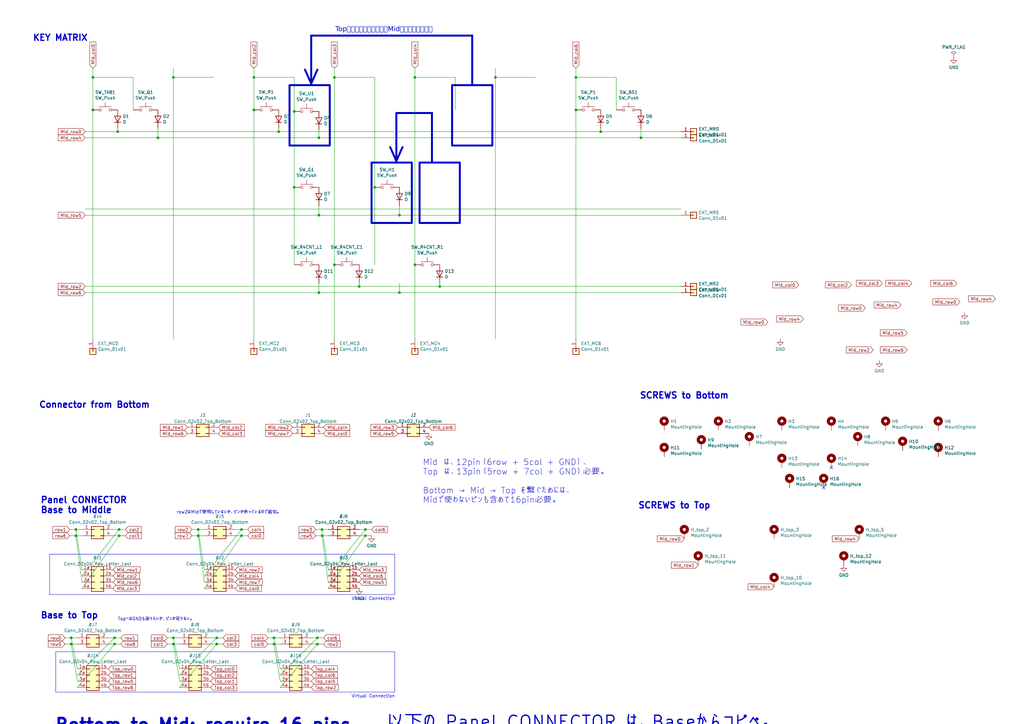
<source format=kicad_sch>
(kicad_sch (version 20231120) (generator "eeschema") (generator_version "8.0")
  (paper "A3")
  (title_block (title "Sandy") (date "2023-01-04") (rev "v.0") (company "@jpskenn"))
  (bus_alias "def-a" (members "row0" "row5" "col0" "col1"))
  (junction (at 104.14 31.75))
  (junction (at 236.22 45.085))
  (junction (at 163.83 88.265))
  (junction (at 180.34 117.475))
  (junction (at 147.32 117.475))
  (junction (at 130.175 264.16))
  (junction (at 153.67 76.835))
  (junction (at 132.08 219.71))
  (junction (at 31.115 217.17))
  (junction (at 48.895 217.17))
  (junction (at 137.16 31.75))
  (junction (at 112.395 264.16))
  (junction (at 48.26 53.975))
  (junction (at 130.81 120.015))
  (junction (at 48.895 219.71))
  (junction (at 120.65 45.72))
  (junction (at 149.86 219.71))
  (junction (at 46.99 264.16))
  (junction (at 99.06 217.17))
  (junction (at 170.18 31.75))
  (junction (at 29.21 261.62))
  (junction (at 64.77 56.515))
  (junction (at 71.12 261.62))
  (junction (at 262.89 56.515))
  (junction (at 31.115 219.71))
  (junction (at 236.22 31.75))
  (junction (at 81.28 219.71))
  (junction (at 163.83 120.015))
  (junction (at 130.81 88.265))
  (junction (at 38.1 31.75))
  (junction (at 132.08 217.17))
  (junction (at 246.38 53.975))
  (junction (at 104.14 45.085))
  (junction (at 29.21 264.16))
  (junction (at 88.9 261.62))
  (junction (at 71.12 31.75))
  (junction (at 38.1 45.085))
  (junction (at 149.86 217.17))
  (junction (at 130.81 56.515))
  (junction (at 71.12 264.16))
  (junction (at 120.65 76.835))
  (junction (at 170.18 108.585))
  (junction (at 137.16 108.585))
  (junction (at 46.99 261.62))
  (junction (at 203.2 31.75))
  (junction (at 112.395 261.62))
  (junction (at 130.175 261.62))
  (junction (at 99.06 219.71))
  (junction (at 81.28 217.17))
  (junction (at 88.9 264.16))
  (junction (at 114.3 53.975))
  (no_connect (at 340.995 191.77))
  (no_connect (at 337.82 200.025))
  (wire (pts (xy 127.635 261.62) (xy 130.175 261.62)))
  (wire (pts (xy 246.38 52.705) (xy 246.38 53.975)))
  (wire (pts (xy 68.58 264.16) (xy 71.12 264.16)))
  (wire (pts (xy 130.175 264.16) (xy 127.635 264.16)))
  (wire (pts (xy 132.08 219.71) (xy 134.62 219.71)))
  (polyline (pts (xy 193.675 34.925) (xy 193.675 14.605)) (stroke (width 0.8)))
  (wire (pts (xy 236.22 27.94) (xy 236.22 31.75)))
  (wire (pts (xy 180.34 117.475) (xy 279.4 117.475)))
  (wire (pts (xy 246.38 53.975) (xy 279.4 53.975)))
  (wire (pts (xy 170.18 31.75) (xy 170.18 108.585)))
  (wire (pts (xy 112.395 264.16) (xy 114.935 264.16)))
  (polyline (pts (xy 20.2107 243.84) (xy 161.925 243.84)))
  (polyline (pts (xy 22.86 267.335) (xy 161.925 267.335)))
  (polyline (pts (xy 22.86 267.335) (xy 22.86 283.845)))
  (wire (pts (xy 48.895 217.17) (xy 51.435 217.17)))
  (wire (pts (xy 262.89 52.705) (xy 262.89 56.515)))
  (wire (pts (xy 163.83 84.455) (xy 163.83 88.265)))
  (wire (pts (xy 109.855 261.62) (xy 112.395 261.62)))
  (wire (pts (xy 147.32 217.17) (xy 149.86 217.17)))
  (polyline (pts (xy 161.925 267.335) (xy 161.925 283.845)))
  (polyline (pts (xy 20.32 227.33) (xy 20.32 243.84)))
  (wire (pts (xy 170.18 108.585) (xy 170.18 139.065)))
  (wire (pts (xy 34.925 88.265) (xy 130.81 88.265)))
  (wire (pts (xy 28.575 219.71) (xy 31.115 219.71)))
  (wire (pts (xy 153.67 31.75) (xy 137.16 31.75)))
  (wire (pts (xy 134.62 238.76) (xy 132.08 219.71)))
  (wire (pts (xy 73.66 276.86) (xy 88.9 261.62)))
  (wire (pts (xy 73.66 279.4) (xy 71.12 264.16)))
  (wire (pts (xy 29.21 261.62) (xy 31.75 261.62)))
  (polyline (pts (xy 193.675 14.605) (xy 127.635 14.605)) (stroke (width 0.8)))
  (wire (pts (xy 38.1 27.94) (xy 38.1 31.75)))
  (wire (pts (xy 81.28 217.17) (xy 83.82 217.17)))
  (wire (pts (xy 26.67 264.16) (xy 29.21 264.16)))
  (wire (pts (xy 99.06 219.71) (xy 101.6 219.71)))
  (wire (pts (xy 73.66 274.32) (xy 71.12 261.62)))
  (polyline (pts (xy 127.635 34.29) (xy 125.095 28.575)) (stroke (width 0.8)))
  (polyline (pts (xy 162.56 66.04) (xy 165.1 60.325)) (stroke (width 0.8)))
  (wire (pts (xy 96.52 217.17) (xy 99.06 217.17)))
  (polyline (pts (xy 127.635 14.605) (xy 127.635 34.29)) (stroke (width 0.8)))
  (wire (pts (xy 99.06 217.17) (xy 101.6 217.17)))
  (wire (pts (xy 87.63 31.75) (xy 71.12 31.75)))
  (wire (pts (xy 44.45 261.62) (xy 46.99 261.62)))
  (wire (pts (xy 147.32 219.71) (xy 149.86 219.71)))
  (polyline (pts (xy 127.635 34.29) (xy 130.175 28.575)) (stroke (width 0.8)))
  (wire (pts (xy 104.14 31.75) (xy 104.14 45.085)))
  (wire (pts (xy 130.81 120.015) (xy 163.83 120.015)))
  (wire (pts (xy 49.53 264.16) (xy 46.99 264.16)))
  (wire (pts (xy 120.65 31.75) (xy 120.65 45.72)))
  (wire (pts (xy 170.18 27.94) (xy 170.18 31.75)))
  (polyline (pts (xy 162.56 46.355) (xy 162.56 66.04)) (stroke (width 0.8)))
  (wire (pts (xy 137.16 27.94) (xy 137.16 31.75)))
  (wire (pts (xy 28.575 217.17) (xy 31.115 217.17)))
  (wire (pts (xy 73.66 281.94) (xy 88.9 264.16)))
  (wire (pts (xy 38.1 31.75) (xy 38.1 45.085)))
  (wire (pts (xy 88.9 261.62) (xy 91.44 261.62)))
  (wire (pts (xy 46.99 261.62) (xy 49.53 261.62)))
  (wire (pts (xy 114.3 52.705) (xy 114.3 53.975)))
  (wire (pts (xy 34.925 56.515) (xy 64.77 56.515)))
  (wire (pts (xy 129.54 217.17) (xy 132.08 217.17)))
  (wire (pts (xy 153.67 76.835) (xy 153.67 108.585)))
  (wire (pts (xy 81.28 219.71) (xy 83.82 219.71)))
  (wire (pts (xy 71.12 31.75) (xy 71.12 139.065)))
  (wire (pts (xy 38.1 45.085) (xy 38.1 139.065)))
  (wire (pts (xy 252.73 31.75) (xy 236.22 31.75)))
  (wire (pts (xy 31.75 276.86) (xy 46.99 261.62)))
  (wire (pts (xy 48.895 219.71) (xy 51.435 219.71)))
  (wire (pts (xy 130.175 264.16) (xy 132.715 264.16)))
  (wire (pts (xy 163.83 120.015) (xy 279.4 120.015)))
  (wire (pts (xy 130.81 84.455) (xy 130.81 88.265)))
  (wire (pts (xy 34.925 120.015) (xy 130.81 120.015)))
  (wire (pts (xy 163.83 88.265) (xy 279.4 88.265)))
  (wire (pts (xy 46.355 217.17) (xy 48.895 217.17)))
  (wire (pts (xy 129.54 219.71) (xy 132.08 219.71)))
  (wire (pts (xy 149.86 219.71) (xy 152.4 219.71)))
  (wire (pts (xy 31.115 217.17) (xy 33.655 217.17)))
  (wire (pts (xy 134.62 241.3) (xy 149.86 219.71)))
  (wire (pts (xy 86.36 261.62) (xy 88.9 261.62)))
  (polyline (pts (xy 22.86 283.845) (xy 161.925 283.845)))
  (wire (pts (xy 163.83 116.205) (xy 163.83 120.015)))
  (polyline (pts (xy 20.32 227.33) (xy 161.925 227.33)))
  (wire (pts (xy 64.77 52.705) (xy 64.77 56.515)))
  (wire (pts (xy 114.935 279.4) (xy 112.395 264.16)))
  (wire (pts (xy 33.655 238.76) (xy 31.115 219.71)))
  (wire (pts (xy 114.935 276.86) (xy 130.175 261.62)))
  (wire (pts (xy 71.12 261.62) (xy 73.66 261.62)))
  (polyline (pts (xy 162.56 66.04) (xy 160.02 60.325)) (stroke (width 0.8)))
  (wire (pts (xy 186.69 31.75) (xy 186.69 45.085)))
  (wire (pts (xy 71.12 264.16) (xy 73.66 264.16)))
  (wire (pts (xy 96.52 219.71) (xy 99.06 219.71)))
  (wire (pts (xy 180.34 116.205) (xy 180.34 117.475)))
  (wire (pts (xy 48.26 52.705) (xy 48.26 53.975)))
  (wire (pts (xy 130.175 261.62) (xy 132.715 261.62)))
  (wire (pts (xy 38.1 31.75) (xy 54.61 31.75)))
  (wire (pts (xy 83.82 238.76) (xy 81.28 219.71)))
  (wire (pts (xy 104.14 27.94) (xy 104.14 31.75)))
  (wire (pts (xy 114.935 281.94) (xy 130.175 264.16)))
  (wire (pts (xy 120.65 45.72) (xy 120.65 76.835)))
  (wire (pts (xy 114.935 274.32) (xy 112.395 261.62)))
  (wire (pts (xy 236.22 45.085) (xy 236.22 139.065)))
  (wire (pts (xy 29.21 264.16) (xy 31.75 264.16)))
  (wire (pts (xy 130.81 56.515) (xy 262.89 56.515)))
  (wire (pts (xy 26.67 261.62) (xy 29.21 261.62)))
  (wire (pts (xy 33.655 236.22) (xy 48.895 217.17)))
  (wire (pts (xy 186.69 31.75) (xy 170.18 31.75)))
  (wire (pts (xy 31.115 219.71) (xy 33.655 219.71)))
  (polyline (pts (xy 177.165 66.675) (xy 177.165 46.355)) (stroke (width 0.8)))
  (wire (pts (xy 46.355 219.71) (xy 48.895 219.71)))
  (wire (pts (xy 149.86 217.17) (xy 152.4 217.17)))
  (wire (pts (xy 31.75 274.32) (xy 29.21 261.62)))
  (polyline (pts (xy 177.165 46.355) (xy 162.56 46.355)) (stroke (width 0.8)))
  (wire (pts (xy 31.75 279.4) (xy 29.21 264.16)))
  (wire (pts (xy 64.77 56.515) (xy 130.81 56.515)))
  (wire (pts (xy 104.14 45.085) (xy 104.14 139.065)))
  (wire (pts (xy 236.22 31.75) (xy 236.22 45.085)))
  (polyline (pts (xy 161.925 227.33) (xy 161.925 243.84)))
  (wire (pts (xy 137.16 108.585) (xy 137.16 139.065)))
  (wire (pts (xy 130.81 116.205) (xy 130.81 120.015)))
  (wire (pts (xy 203.2 27.94) (xy 203.2 31.75)))
  (wire (pts (xy 132.08 217.17) (xy 134.62 217.17)))
  (wire (pts (xy 78.74 219.71) (xy 81.28 219.71)))
  (wire (pts (xy 147.32 116.205) (xy 147.32 117.475)))
  (wire (pts (xy 31.75 281.94) (xy 46.99 264.16)))
  (wire (pts (xy 252.73 31.75) (xy 252.73 45.085)))
  (wire (pts (xy 68.58 261.62) (xy 71.12 261.62)))
  (wire (pts (xy 33.655 233.68) (xy 31.115 217.17)))
  (wire (pts (xy 83.82 236.22) (xy 99.06 217.17)))
  (wire (pts (xy 91.44 264.16) (xy 88.9 264.16)))
  (wire (pts (xy 46.99 264.16) (xy 44.45 264.16)))
  (wire (pts (xy 153.67 31.75) (xy 153.67 76.835)))
  (wire (pts (xy 48.26 53.975) (xy 114.3 53.975)))
  (wire (pts (xy 147.32 117.475) (xy 180.34 117.475)))
  (wire (pts (xy 83.82 233.68) (xy 81.28 217.17)))
  (wire (pts (xy 114.3 53.975) (xy 246.38 53.975)))
  (wire (pts (xy 219.71 31.75) (xy 203.2 31.75)))
  (wire (pts (xy 34.925 85.725) (xy 279.4 85.725)))
  (wire (pts (xy 34.925 53.975) (xy 48.26 53.975)))
  (wire (pts (xy 112.395 261.62) (xy 114.935 261.62)))
  (wire (pts (xy 109.855 264.16) (xy 112.395 264.16)))
  (wire (pts (xy 279.4 56.515) (xy 262.89 56.515)))
  (wire (pts (xy 71.12 27.94) (xy 71.12 31.75)))
  (wire (pts (xy 130.81 53.34) (xy 130.81 56.515)))
  (wire (pts (xy 120.65 76.835) (xy 120.65 108.585)))
  (wire (pts (xy 120.65 31.75) (xy 104.14 31.75)))
  (wire (pts (xy 33.655 241.3) (xy 48.895 219.71)))
  (wire (pts (xy 88.9 264.16) (xy 86.36 264.16)))
  (wire (pts (xy 78.74 217.17) (xy 81.28 217.17)))
  (wire (pts (xy 54.61 31.75) (xy 54.61 45.085)))
  (wire (pts (xy 134.62 233.68) (xy 132.08 217.17)))
  (wire (pts (xy 137.16 31.75) (xy 137.16 108.585)))
  (wire (pts (xy 130.81 88.265) (xy 163.83 88.265)))
  (wire (pts (xy 83.82 241.3) (xy 99.06 219.71)))
  (wire (pts (xy 203.2 31.75) (xy 203.2 139.065)))
  (wire (pts (xy 34.925 117.475) (xy 147.32 117.475)))
  (wire (pts (xy 134.62 236.22) (xy 149.86 217.17)))
  (rectangle (start 172.085 66.675) (end 188.595 91.44) (stroke (width 0.8)))
  (rectangle (start 185.42 34.925) (end 201.93 59.69) (stroke (width 0.8)))
  (rectangle (start 118.745 34.925) (end 135.255 59.69) (stroke (width 0.8)))
  (rectangle (start 152.4 66.675) (end 168.91 91.44) (stroke (width 0.8)))
  (text "コピペ手順\n\n1. Baseの回路図から \"Panel CONNECTOR\" の箇所をまるごとコピペ\n2. Baseのコネクタ（J6,7,8,9.10,15）の頭に \"#\" をつけて仮想シンボル化\n　　例： J6 → #J6" (at 158.115 352.425 0) (effects (font (size 2.54 2.54)) (justify left bottom)))
  (text "row2はMidで使用していないが、ピンが余っているので追加。" (at 72.39 210.185 0) (effects (font (size 1.27 1.27)) (justify left)))
  (text "以下の Panel CONNECTOR は、Baseからコピペ。\nERCの警告「別パネルのラベルがどこにも接続されていない」は、無視してOK。\n\n！！！他の警告（ラベルかぶりとか）は、しっかりチェックせよ！！！" (at 158.115 323.85 0) (effects (font (size 5.08 5.08) (thickness 0.508) (bold yes)) (justify left bottom)))
  (text "Connector from Bottom" (at 15.875 167.64 0) (effects (font (size 2.54 2.54) (thickness 0.508) (bold yes)) (justify left bottom)))
  (text "SCREWS to Bottom" (at 262.255 163.83 0) (effects (font (size 2.54 2.54) (thickness 0.508) (bold yes)) (justify left bottom)))
  (text "SCREWS to Top" (at 261.62 208.915 0) (effects (font (size 2.54 2.54) (thickness 0.508) (bold yes)) (justify left bottom)))
  (text "Mid　は、12pin（6row + 5col + GND）、\nTop　は、13pin（5row + 7col + GND）必要。\n\nBottom → Mid → Top を繋ぐためには、\nMidで使わないピンも含めて16pin必要。" (at 173.355 197.485 0) (effects (font (size 2.4 2.4)) (justify left)))
  (text "Virtual Connection" (at 144.145 246.38 0) (effects (font (size 1.27 1.27)) (justify left bottom)))
  (text "Topのピン数を減らすためMidのスイッチを移動\n" (at 157.48 12.7 0) (effects (font (size 2 2))))
  (text "Base to Top" (at 16.51 254 0) (effects (font (size 2.54 2.54) (thickness 0.508) (bold yes)) (justify left bottom)))
  (text "TopへはGNDも送りたいが、ピンが足りない。" (at 48.26 254 0) (effects (font (size 1.27 1.27)) (justify left)))
  (text "KEY MATRIX" (at 13.335 17.145 0) (effects (font (size 2.54 2.54) (thickness 0.508) (bold yes)) (justify left bottom)))
  (text "Bottom to Mid: require 16 pins\n\nMid to Top: require 13 pins" (at 22.225 316.865 0) (effects (font (size 5.08 5.08) (thickness 1.016) (bold yes)) (justify left bottom)))
  (text "Panel CONNECTOR\nBase to Middle" (at 16.51 210.82 0) (effects (font (size 2.54 2.54) (thickness 0.508) (bold yes)) (justify left bottom)))
  (text "Virtual Connection" (at 144.145 286.385 0) (effects (font (size 1.27 1.27)) (justify left bottom)))
  (global_label "Mid_col0" (shape input) (at 327.66 116.84 180) (property "Intersheetrefs" "${INTERSHEET_REFS}" (effects (hide yes))) (property "シート間のリファレンス" "${INTERSHEET_REFS}" (effects (hide yes))))
  (global_label "Top_col2" (shape input) (at 86.36 276.86 0) (property "Intersheetrefs" "${INTERSHEET_REFS}" (effects (hide yes))) (property "シート間のリファレンス" "${INTERSHEET_REFS}" (effects (hide yes))))
  (global_label "row1" (shape input) (at 28.575 217.17 180) (property "Intersheetrefs" "${INTERSHEET_REFS}" (effects (hide yes))) (property "シート間のリファレンス" "${INTERSHEET_REFS}" (effects (hide yes))))
  (global_label "Mid_row3" (shape input) (at 147.32 233.68 0) (property "Intersheetrefs" "${INTERSHEET_REFS}" (effects (hide yes))) (property "シート間のリファレンス" "${INTERSHEET_REFS}" (effects (hide yes))))
  (global_label "col0" (shape input) (at 101.6 219.71 0) (property "Intersheetrefs" "${INTERSHEET_REFS}" (effects (hide yes))) (property "シート間のリファレンス" "${INTERSHEET_REFS}" (effects (hide yes))))
  (global_label "Top_col1" (shape input) (at 86.36 279.4 0) (property "Intersheetrefs" "${INTERSHEET_REFS}" (effects (hide yes))) (property "シート間のリファレンス" "${INTERSHEET_REFS}" (effects (hide yes))))
  (global_label "col3" (shape input) (at 91.44 264.16 0) (property "Intersheetrefs" "${INTERSHEET_REFS}" (effects (hide yes))) (property "シート間のリファレンス" "${INTERSHEET_REFS}" (effects (hide yes))))
  (global_label "Mid_col0" (shape input) (at 96.52 241.3 0) (property "Intersheetrefs" "${INTERSHEET_REFS}" (effects (hide yes))) (property "シート間のリファレンス" "${INTERSHEET_REFS}" (effects (hide yes))))
  (global_label "row0" (shape input) (at 26.67 261.62 180) (property "Intersheetrefs" "${INTERSHEET_REFS}" (effects (hide yes))) (property "シート間のリファレンス" "${INTERSHEET_REFS}" (effects (hide yes))))
  (global_label "Mid_row4" (shape input) (at 329.565 130.81 180) (property "Intersheetrefs" "${INTERSHEET_REFS}" (effects (hide yes))) (property "シート間のリファレンス" "${INTERSHEET_REFS}" (effects (hide yes))))
  (global_label "row6" (shape input) (at 28.575 219.71 180) (property "Intersheetrefs" "${INTERSHEET_REFS}" (effects (hide yes))) (property "シート間のリファレンス" "${INTERSHEET_REFS}" (effects (hide yes))))
  (global_label "Mid_col0" (shape input) (at 38.1 27.94 90) (property "Intersheetrefs" "${INTERSHEET_REFS}" (effects (hide yes))) (property "シート間のリファレンス" "${INTERSHEET_REFS}" (effects (hide yes))))
  (global_label "col2" (shape input) (at 91.44 261.62 0) (property "Intersheetrefs" "${INTERSHEET_REFS}" (effects (hide yes))) (property "シート間のリファレンス" "${INTERSHEET_REFS}" (effects (hide yes))))
  (global_label "Mid_row2" (shape input) (at 120.015 175.26 180) (property "Intersheetrefs" "${INTERSHEET_REFS}" (effects (hide yes))) (property "シート間のリファレンス" "${INTERSHEET_REFS}" (effects (hide yes))))
  (global_label "Mid_row5" (shape input) (at 34.925 88.265 180) (property "Intersheetrefs" "${INTERSHEET_REFS}" (effects (hide yes))) (property "シート間のリファレンス" "${INTERSHEET_REFS}" (effects (hide yes))))
  (global_label "Mid_col6" (shape input) (at 392.43 116.205 180) (property "Intersheetrefs" "${INTERSHEET_REFS}" (effects (hide yes))) (property "シート間のリファレンス" "${INTERSHEET_REFS}" (effects (hide yes))))
  (global_label "row3" (shape input) (at 129.54 217.17 180) (property "Intersheetrefs" "${INTERSHEET_REFS}" (effects (hide yes))) (property "シート間のリファレンス" "${INTERSHEET_REFS}" (effects (hide yes))))
  (global_label "col6" (shape input) (at 152.4 217.17 0) (property "Intersheetrefs" "${INTERSHEET_REFS}" (effects (hide yes))) (property "シート間のリファレンス" "${INTERSHEET_REFS}" (effects (hide yes))))
  (global_label "Top_col3" (shape input) (at 86.36 281.94 0) (property "Intersheetrefs" "${INTERSHEET_REFS}" (effects (hide yes))) (property "シート間のリファレンス" "${INTERSHEET_REFS}" (effects (hide yes))))
  (global_label "Mid_col3" (shape input) (at 137.16 27.94 90) (property "Intersheetrefs" "${INTERSHEET_REFS}" (effects (hide yes))) (property "シート間のリファレンス" "${INTERSHEET_REFS}" (effects (hide yes))))
  (global_label "Top_row6" (shape input) (at 44.45 281.94 0) (property "Intersheetrefs" "${INTERSHEET_REFS}" (effects (hide yes))) (property "シート間のリファレンス" "${INTERSHEET_REFS}" (effects (hide yes))))
  (global_label "Mid_row7" (shape input) (at 96.52 238.76 0) (property "Intersheetrefs" "${INTERSHEET_REFS}" (effects (hide yes))) (property "シート間のリファレンス" "${INTERSHEET_REFS}" (effects (hide yes))))
  (global_label "row7" (shape input) (at 78.74 219.71 180) (property "Intersheetrefs" "${INTERSHEET_REFS}" (effects (hide yes))) (property "シート間のリファレンス" "${INTERSHEET_REFS}" (effects (hide yes))))
  (global_label "Mid_col4" (shape input) (at 170.18 27.94 90) (property "Intersheetrefs" "${INTERSHEET_REFS}" (effects (hide yes))) (property "シート間のリファレンス" "${INTERSHEET_REFS}" (effects (hide yes))))
  (global_label "row5" (shape input) (at 26.67 264.16 180) (property "Intersheetrefs" "${INTERSHEET_REFS}" (effects (hide yes))) (property "シート間のリファレンス" "${INTERSHEET_REFS}" (effects (hide yes))))
  (global_label "row2" (shape input) (at 132.715 264.16 0) (property "Intersheetrefs" "${INTERSHEET_REFS}" (effects (hide yes))) (property "シート間のリファレンス" "${INTERSHEET_REFS}" (effects (hide yes))))
  (global_label "Top_col4" (shape input) (at 127.635 274.32 0) (property "Intersheetrefs" "${INTERSHEET_REFS}" (effects (hide yes))) (property "シート間のリファレンス" "${INTERSHEET_REFS}" (effects (hide yes))))
  (global_label "Mid_col2" (shape input) (at 89.535 175.26 0) (property "Intersheetrefs" "${INTERSHEET_REFS}" (effects (hide yes))) (property "シート間のリファレンス" "${INTERSHEET_REFS}" (effects (hide yes))))
  (global_label "Mid_col3" (shape input) (at 361.95 116.205 180) (property "Intersheetrefs" "${INTERSHEET_REFS}" (effects (hide yes))) (property "シート間のリファレンス" "${INTERSHEET_REFS}" (effects (hide yes))))
  (global_label "row1" (shape input) (at 49.53 261.62 0) (property "Intersheetrefs" "${INTERSHEET_REFS}" (effects (hide yes))) (property "シート間のリファレンス" "${INTERSHEET_REFS}" (effects (hide yes))))
  (global_label "Mid_col3" (shape input) (at 89.535 177.8 0) (property "Intersheetrefs" "${INTERSHEET_REFS}" (effects (hide yes))) (property "シート間のリファレンス" "${INTERSHEET_REFS}" (effects (hide yes))))
  (global_label "Mid_row2" (shape input) (at 358.14 143.51 180) (property "Intersheetrefs" "${INTERSHEET_REFS}" (effects (hide yes))) (property "シート間のリファレンス" "${INTERSHEET_REFS}" (effects (hide yes))))
  (global_label "Mid_row0" (shape input) (at 280.67 220.98 180) (property "Intersheetrefs" "${INTERSHEET_REFS}" (effects (hide yes))) (property "シート間のリファレンス" "${INTERSHEET_REFS}" (effects (hide yes))))
  (global_label "Mid_row2" (shape input) (at 34.925 117.475 180) (property "Intersheetrefs" "${INTERSHEET_REFS}" (effects (hide yes))) (property "シート間のリファレンス" "${INTERSHEET_REFS}" (effects (hide yes))))
  (global_label "Mid_row5" (shape input) (at 372.11 136.525 180) (property "Intersheetrefs" "${INTERSHEET_REFS}" (effects (hide yes))) (property "シート間のリファレンス" "${INTERSHEET_REFS}" (effects (hide yes))))
  (global_label "Mid_row0" (shape input) (at 314.96 132.08 180) (property "Intersheetrefs" "${INTERSHEET_REFS}" (effects (hide yes))) (property "シート間のリファレンス" "${INTERSHEET_REFS}" (effects (hide yes))))
  (global_label "Mid_col6" (shape input) (at 236.22 27.94 90) (property "Intersheetrefs" "${INTERSHEET_REFS}" (effects (hide yes))) (property "シート間のリファレンス" "${INTERSHEET_REFS}" (effects (hide yes))))
  (global_label "Top_col5" (shape input) (at 127.635 279.4 0) (property "Intersheetrefs" "${INTERSHEET_REFS}" (effects (hide yes))) (property "シート間のリファレンス" "${INTERSHEET_REFS}" (effects (hide yes))))
  (global_label "Mid_col6" (shape input) (at 147.32 236.22 0) (property "Intersheetrefs" "${INTERSHEET_REFS}" (effects (hide yes))) (property "シート間のリファレンス" "${INTERSHEET_REFS}" (effects (hide yes))))
  (global_label "Mid_row0" (shape input) (at 34.925 53.975 180) (property "Intersheetrefs" "${INTERSHEET_REFS}" (effects (hide yes))) (property "シート間のリファレンス" "${INTERSHEET_REFS}" (effects (hide yes))))
  (global_label "col4" (shape input) (at 109.855 261.62 180) (property "Intersheetrefs" "${INTERSHEET_REFS}" (effects (hide yes))) (property "シート間のリファレンス" "${INTERSHEET_REFS}" (effects (hide yes))))
  (global_label "row2" (shape input) (at 78.74 217.17 180) (property "Intersheetrefs" "${INTERSHEET_REFS}" (effects (hide yes))) (property "シート間のリファレンス" "${INTERSHEET_REFS}" (effects (hide yes))))
  (global_label "col1" (shape input) (at 68.58 264.16 180) (property "Intersheetrefs" "${INTERSHEET_REFS}" (effects (hide yes))) (property "シート間のリファレンス" "${INTERSHEET_REFS}" (effects (hide yes))))
  (global_label "Mid_col2" (shape input) (at 46.355 236.22 0) (property "Intersheetrefs" "${INTERSHEET_REFS}" (effects (hide yes))) (property "シート間のリファレンス" "${INTERSHEET_REFS}" (effects (hide yes))))
  (global_label "Mid_row0" (shape input) (at 393.7 123.825 180) (property "Intersheetrefs" "${INTERSHEET_REFS}" (effects (hide yes))) (property "シート間のリファレンス" "${INTERSHEET_REFS}" (effects (hide yes))))
  (global_label "col6" (shape input) (at 132.715 261.62 0) (property "Intersheetrefs" "${INTERSHEET_REFS}" (effects (hide yes))) (property "シート間のリファレンス" "${INTERSHEET_REFS}" (effects (hide yes))))
  (global_label "col3" (shape input) (at 51.435 219.71 0) (property "Intersheetrefs" "${INTERSHEET_REFS}" (effects (hide yes))) (property "シート間のリファレンス" "${INTERSHEET_REFS}" (effects (hide yes))))
  (global_label "Mid_col0" (shape input) (at 132.715 177.8 0) (property "Intersheetrefs" "${INTERSHEET_REFS}" (effects (hide yes))) (property "シート間のリファレンス" "${INTERSHEET_REFS}" (effects (hide yes))))
  (global_label "Mid_row0" (shape input) (at 354.965 126.365 180) (property "Intersheetrefs" "${INTERSHEET_REFS}" (effects (hide yes))) (property "シート間のリファレンス" "${INTERSHEET_REFS}" (effects (hide yes))))
  (global_label "Top_col0" (shape input) (at 86.36 274.32 0) (property "Intersheetrefs" "${INTERSHEET_REFS}" (effects (hide yes))) (property "シート間のリファレンス" "${INTERSHEET_REFS}" (effects (hide yes))))
  (global_label "Mid_row4" (shape input) (at 408.305 122.555 180) (property "Intersheetrefs" "${INTERSHEET_REFS}" (effects (hide yes))) (property "シート間のリファレンス" "${INTERSHEET_REFS}" (effects (hide yes))))
  (global_label "Mid_row1" (shape input) (at 286.385 231.775 180) (property "Intersheetrefs" "${INTERSHEET_REFS}" (effects (hide yes))) (property "シート間のリファレンス" "${INTERSHEET_REFS}" (effects (hide yes))))
  (global_label "Mid_col4" (shape input) (at 96.52 236.22 0) (property "Intersheetrefs" "${INTERSHEET_REFS}" (effects (hide yes))) (property "シート間のリファレンス" "${INTERSHEET_REFS}" (effects (hide yes))))
  (global_label "Top_row0" (shape input) (at 44.45 274.32 0) (property "Intersheetrefs" "${INTERSHEET_REFS}" (effects (hide yes))) (property "シート間のリファレンス" "${INTERSHEET_REFS}" (effects (hide yes))))
  (global_label "Top_col6" (shape input) (at 127.635 276.86 0) (property "Intersheetrefs" "${INTERSHEET_REFS}" (effects (hide yes))) (property "シート間のリファレンス" "${INTERSHEET_REFS}" (effects (hide yes))))
  (global_label "Top_row1" (shape input) (at 44.45 276.86 0) (property "Intersheetrefs" "${INTERSHEET_REFS}" (effects (hide yes))) (property "シート間のリファレンス" "${INTERSHEET_REFS}" (effects (hide yes))))
  (global_label "Top_row2" (shape input) (at 127.635 281.94 0) (property "Intersheetrefs" "${INTERSHEET_REFS}" (effects (hide yes))) (property "シート間のリファレンス" "${INTERSHEET_REFS}" (effects (hide yes))))
  (global_label "Mid_row3" (shape input) (at 163.195 175.26 180) (property "Intersheetrefs" "${INTERSHEET_REFS}" (effects (hide yes))) (property "シート間のリファレンス" "${INTERSHEET_REFS}" (effects (hide yes))))
  (global_label "Mid_row4" (shape input) (at 34.925 56.515 180) (property "Intersheetrefs" "${INTERSHEET_REFS}" (effects (hide yes))) (property "シート間のリファレンス" "${INTERSHEET_REFS}" (effects (hide yes))))
  (global_label "Mid_col2" (shape input) (at 349.25 116.84 180) (property "Intersheetrefs" "${INTERSHEET_REFS}" (effects (hide yes))) (property "シート間のリファレンス" "${INTERSHEET_REFS}" (effects (hide yes))))
  (global_label "row5" (shape input) (at 129.54 219.71 180) (property "Intersheetrefs" "${INTERSHEET_REFS}" (effects (hide yes))) (property "シート間のリファレンス" "${INTERSHEET_REFS}" (effects (hide yes))))
  (global_label "col2" (shape input) (at 51.435 217.17 0) (property "Intersheetrefs" "${INTERSHEET_REFS}" (effects (hide yes))) (property "シート間のリファレンス" "${INTERSHEET_REFS}" (effects (hide yes))))
  (global_label "Mid_row7" (shape input) (at 120.015 177.8 180) (property "Intersheetrefs" "${INTERSHEET_REFS}" (effects (hide yes))) (property "シート間のリファレンス" "${INTERSHEET_REFS}" (effects (hide yes))))
  (global_label "Mid_col3" (shape input) (at 46.355 241.3 0) (property "Intersheetrefs" "${INTERSHEET_REFS}" (effects (hide yes))) (property "シート間のリファレンス" "${INTERSHEET_REFS}" (effects (hide yes))))
  (global_label "Mid_col4" (shape input) (at 317.5 240.665 180) (property "Intersheetrefs" "${INTERSHEET_REFS}" (effects (hide yes))) (property "シート間のリファレンス" "${INTERSHEET_REFS}" (effects (hide yes))))
  (global_label "Mid_row5" (shape input) (at 147.32 238.76 0) (property "Intersheetrefs" "${INTERSHEET_REFS}" (effects (hide yes))) (property "シート間のリファレンス" "${INTERSHEET_REFS}" (effects (hide yes))))
  (global_label "col0" (shape input) (at 68.58 261.62 180) (property "Intersheetrefs" "${INTERSHEET_REFS}" (effects (hide yes))) (property "シート間のリファレンス" "${INTERSHEET_REFS}" (effects (hide yes))))
  (global_label "Mid_row1" (shape input) (at 76.835 175.26 180) (property "Intersheetrefs" "${INTERSHEET_REFS}" (effects (hide yes))) (property "シート間のリファレンス" "${INTERSHEET_REFS}" (effects (hide yes))))
  (global_label "Top_row5" (shape input) (at 44.45 279.4 0) (property "Intersheetrefs" "${INTERSHEET_REFS}" (effects (hide yes))) (property "シート間のリファレンス" "${INTERSHEET_REFS}" (effects (hide yes))))
  (global_label "Mid_col6" (shape input) (at 175.895 175.26 0) (property "Intersheetrefs" "${INTERSHEET_REFS}" (effects (hide yes))) (property "シート間のリファレンス" "${INTERSHEET_REFS}" (effects (hide yes))))
  (global_label "Mid_row6" (shape input) (at 76.835 177.8 180) (property "Intersheetrefs" "${INTERSHEET_REFS}" (effects (hide yes))) (property "シート間のリファレンス" "${INTERSHEET_REFS}" (effects (hide yes))))
  (global_label "Mid_row2" (shape input) (at 96.52 233.68 0) (property "Intersheetrefs" "${INTERSHEET_REFS}" (effects (hide yes))) (property "シート間のリファレンス" "${INTERSHEET_REFS}" (effects (hide yes))))
  (global_label "col4" (shape input) (at 101.6 217.17 0) (property "Intersheetrefs" "${INTERSHEET_REFS}" (effects (hide yes))) (property "シート間のリファレンス" "${INTERSHEET_REFS}" (effects (hide yes))))
  (global_label "Mid_row6" (shape input) (at 372.11 143.51 180) (property "Intersheetrefs" "${INTERSHEET_REFS}" (effects (hide yes))) (property "シート間のリファレンス" "${INTERSHEET_REFS}" (effects (hide yes))))
  (global_label "Mid_row4" (shape input) (at 369.57 125.095 180) (property "Intersheetrefs" "${INTERSHEET_REFS}" (effects (hide yes))) (property "シート間のリファレンス" "${INTERSHEET_REFS}" (effects (hide yes))))
  (global_label "col5" (shape input) (at 109.855 264.16 180) (property "Intersheetrefs" "${INTERSHEET_REFS}" (effects (hide yes))) (property "シート間のリファレンス" "${INTERSHEET_REFS}" (effects (hide yes))))
  (global_label "Mid_col2" (shape input) (at 104.14 27.94 90) (property "Intersheetrefs" "${INTERSHEET_REFS}" (effects (hide yes))) (property "シート間のリファレンス" "${INTERSHEET_REFS}" (effects (hide yes))))
  (global_label "Mid_col4" (shape input) (at 374.015 116.205 180) (property "Intersheetrefs" "${INTERSHEET_REFS}" (effects (hide yes))) (property "シート間のリファレンス" "${INTERSHEET_REFS}" (effects (hide yes))))
  (global_label "Mid_row1" (shape input) (at 46.355 233.68 0) (property "Intersheetrefs" "${INTERSHEET_REFS}" (effects (hide yes))) (property "シート間のリファレンス" "${INTERSHEET_REFS}" (effects (hide yes))))
  (global_label "Mid_row6" (shape input) (at 46.355 238.76 0) (property "Intersheetrefs" "${INTERSHEET_REFS}" (effects (hide yes))) (property "シート間のリファレンス" "${INTERSHEET_REFS}" (effects (hide yes))))
  (global_label "row6" (shape input) (at 49.53 264.16 0) (property "Intersheetrefs" "${INTERSHEET_REFS}" (effects (hide yes))) (property "シート間のリファレンス" "${INTERSHEET_REFS}" (effects (hide yes))))
  (global_label "Mid_row4" (shape input) (at 352.425 220.98 180) (property "Intersheetrefs" "${INTERSHEET_REFS}" (effects (hide yes))) (property "シート間のリファレンス" "${INTERSHEET_REFS}" (effects (hide yes))))
  (global_label "Mid_row6" (shape input) (at 34.925 120.015 180) (property "Intersheetrefs" "${INTERSHEET_REFS}" (effects (hide yes))) (property "シート間のリファレンス" "${INTERSHEET_REFS}" (effects (hide yes))))
  (global_label "Mid_row5" (shape input) (at 163.195 177.8 180) (property "Intersheetrefs" "${INTERSHEET_REFS}" (effects (hide yes))) (property "シート間のリファレンス" "${INTERSHEET_REFS}" (effects (hide yes))))
  (global_label "Mid_col4" (shape input) (at 132.715 175.26 0) (property "Intersheetrefs" "${INTERSHEET_REFS}" (effects (hide yes))) (property "シート間のリファレンス" "${INTERSHEET_REFS}" (effects (hide yes))))
  (symbol (lib_id "Device:D") (at 262.89 48.895 90) (unit 1)
    (property "Reference" "D6" (at 264.922 47.7266 90) (effects (justify right)))
    (property "Value" "D" (at 264.922 50.038 90) (effects (justify right)))
    (property "Footprint" "locallib:D_SOD-123_Emphasized_Direction_Line" (effects (hide yes)))
    (property "LCSC" "C81598" (effects (hide yes)))
    (property "Sim.Device" "D" (effects (hide yes)))
    (property "Sim.Pins" "1=K 2=A" (effects (hide yes)))
  )
  (symbol (lib_id "Connector_Generic:Conn_01x01") (at 137.16 144.145 270) (unit 1)
    (property "Reference" "EXT_MC3" (at 139.192 140.8938 90) (effects (justify left)))
    (property "Value" "Conn_01x01" (at 139.192 143.2052 90) (effects (justify left)))
    (property "Footprint" "locallib:TestPoint_THTPad_D2.0mm_Drill1.0mm" (effects (hide yes)))
  )
  (symbol (lib_id "Mechanical:MountingHole_Pad") (at 294.64 173.99 0) (unit 1)
    (property "Reference" "H2" (at 297.18 172.8216 0) (effects (justify left)))
    (property "Value" "MountingHole" (at 297.18 175.133 0) (effects (justify left)))
    (property "Footprint" "locallib:MountingHole_2.2mm_M2_Pad_minimal" (effects (hide yes)))
  )
  (symbol (lib_id "Connector_Generic:Conn_02x04_Row_Letter_Last") (at 88.9 236.22 0) (unit 1)
    (property "Reference" "#J2" (at 90.17 228.7102 0))
    (property "Value" "Conn_02x04_Row_Letter_Last" (at 90.17 231.2471 0))
  )
  (symbol (lib_id "Device:D") (at 114.3 48.895 90) (unit 1)
    (property "Reference" "D3" (at 116.332 47.7266 90) (effects (justify right)))
    (property "Value" "D" (at 116.332 50.038 90) (effects (justify right)))
    (property "Footprint" "locallib:D_SOD-123_Emphasized_Direction_Line" (effects (hide yes)))
    (property "LCSC" "C81598" (effects (hide yes)))
    (property "Sim.Device" "D" (effects (hide yes)))
    (property "Sim.Pins" "1=K 2=A" (effects (hide yes)))
  )
  (symbol (lib_id "Device:D") (at 130.81 112.395 90) (unit 1)
    (property "Reference" "D11" (at 132.842 111.2266 90) (effects (justify right)))
    (property "Value" "D" (at 132.842 113.538 90) (effects (justify right)))
    (property "Footprint" "locallib:D_SOD-123_Emphasized_Direction_Line" (effects (hide yes)))
    (property "LCSC" "C81598" (effects (hide yes)))
    (property "Sim.Device" "D" (effects (hide yes)))
    (property "Sim.Pins" "1=K 2=A" (effects (hide yes)))
  )
  (symbol (lib_id "Mechanical:MountingHole_Pad") (at 337.82 197.485 0) (unit 1)
    (property "Reference" "H16" (at 340.36 196.3166 0) (effects (justify left)))
    (property "Value" "MountingHole" (at 340.36 198.628 0) (effects (justify left)))
    (property "Footprint" "locallib:MountingHole_2.2mm_M2_Pad_minimal" (effects (hide yes)))
  )
  (symbol (lib_id "power:GND") (at 320.04 139.065 0) (unit 1)
    (property "Reference" "#PWR05" (effects (hide yes)))
    (property "Value" "GND" (at 320.04 143.1981 0))
    (property "Description" "Power symbol creates a global label with name \"GND\" , ground" (effects (hide yes)))
  )
  (symbol (lib_id "Switch:SW_Push") (at 257.81 45.085 0) (unit 1)
    (property "Reference" "SW_BS1" (at 257.81 37.846 0))
    (property "Value" "SW_Push" (at 257.81 40.1574 0))
    (property "Footprint" "locallib:Kailh_socket_ChocV2" (effects (hide yes)))
  )
  (symbol (lib_id "Mechanical:MountingHole_Pad") (at 384.81 173.99 0) (unit 1)
    (property "Reference" "H6" (at 387.35 172.8216 0) (effects (justify left)))
    (property "Value" "MountingHole" (at 387.35 175.133 0) (effects (justify left)))
    (property "Footprint" "locallib:MountingHole_2.2mm_M2_Pad_minimal" (effects (hide yes)))
  )
  (symbol (lib_id "Mechanical:MountingHole_Pad") (at 287.655 181.61 0) (unit 1)
    (property "Reference" "H9" (at 290.195 180.4416 0) (effects (justify left)))
    (property "Value" "MountingHole" (at 290.195 182.753 0) (effects (justify left)))
    (property "Footprint" "locallib:MountingHole_2.2mm_M2_Pad_minimal" (effects (hide yes)))
  )
  (symbol (lib_id "Mechanical:MountingHole_Pad") (at 320.675 189.23 0) (unit 1)
    (property "Reference" "H13" (at 323.215 188.0616 0) (effects (justify left)))
    (property "Value" "MountingHole" (at 323.215 190.373 0) (effects (justify left)))
    (property "Footprint" "locallib:MountingHole_2.2mm_M2_Pad_minimal" (effects (hide yes)))
  )
  (symbol (lib_id "Connector_Generic:Conn_02x04_Row_Letter_Last") (at 78.74 276.86 0) (unit 1)
    (property "Reference" "#J15" (at 80.01 268.9055 0))
    (property "Value" "Conn_02x04_Row_Letter_Last" (at 80.01 271.3298 0))
  )
  (symbol (lib_id "Device:D") (at 246.38 48.895 90) (unit 1)
    (property "Reference" "D5" (at 248.412 47.7266 90) (effects (justify right)))
    (property "Value" "D" (at 248.412 50.038 90) (effects (justify right)))
    (property "Footprint" "locallib:D_SOD-123_Emphasized_Direction_Line" (effects (hide yes)))
    (property "LCSC" "C81598" (effects (hide yes)))
    (property "Sim.Device" "D" (effects (hide yes)))
    (property "Sim.Pins" "1=K 2=A" (effects (hide yes)))
  )
  (symbol (lib_id "Connector_Generic:Conn_02x02_Odd_Even") (at 168.275 175.26 0) (unit 1)
    (property "Reference" "J2" (at 169.545 170.2902 0))
    (property "Value" "Conn_02x02_Top_Bottom" (at 169.545 172.8271 0))
    (property "Footprint" "locallib:JST_SH_SM04B-SRSS-TB_1x04-1MP_P1.00mm_Horizontal_wCable_housing_spare_pin_courtyard" (effects (hide yes)))
    (property "LCSC" "C160404" (effects (hide yes)))
  )
  (symbol (lib_id "Mechanical:MountingHole_Pad") (at 351.79 180.34 0) (unit 1)
    (property "Reference" "H8" (at 354.33 179.1716 0) (effects (justify left)))
    (property "Value" "MountingHole" (at 354.33 181.483 0) (effects (justify left)))
    (property "Footprint" "locallib:MountingHole_2.2mm_M2_Pad_minimal" (effects (hide yes)))
  )
  (symbol (lib_id "Connector_Generic:Conn_02x02_Odd_Even") (at 125.095 175.26 0) (unit 1)
    (property "Reference" "J1" (at 126.365 170.2902 0))
    (property "Value" "Conn_02x02_Top_Bottom" (at 126.365 172.8271 0))
    (property "Footprint" "locallib:JST_SH_SM04B-SRSS-TB_1x04-1MP_P1.00mm_Horizontal_wCable_housing_spare_pin_courtyard" (effects (hide yes)))
    (property "LCSC" "C160404" (effects (hide yes)))
  )
  (symbol (lib_id "Connector_Generic:Conn_02x02_Odd_Even") (at 139.7 217.17 0) (unit 1)
    (property "Reference" "#J6" (at 140.97 211.7555 0))
    (property "Value" "Conn_02x02_Top_Bottom" (at 140.97 214.1798 0))
    (property "Footprint" "locallib:JST_SH_SM04B-SRSS-TB_1x04-1MP_P1.00mm_Horizontal_wCable_housing_spare_pin_courtyard" (effects (hide yes)))
    (property "LCSC" "C371510" (effects (hide yes)))
  )
  (symbol (lib_id "Switch:SW_Push") (at 158.75 76.835 0) (unit 1)
    (property "Reference" "SW_H1" (at 158.75 69.596 0))
    (property "Value" "SW_Push" (at 158.75 71.9074 0))
    (property "Footprint" "locallib:Kailh_socket_ChocV2" (effects (hide yes)))
  )
  (symbol (lib_id "Mechanical:MountingHole_Pad") (at 272.415 173.99 0) (unit 1)
    (property "Reference" "H1" (at 274.955 172.8216 0) (effects (justify left)))
    (property "Value" "MountingHole" (at 274.955 175.133 0) (effects (justify left)))
    (property "Footprint" "locallib:MountingHole_2.2mm_M2_Pad_minimal" (effects (hide yes)))
  )
  (symbol (lib_id "Connector_Generic:Conn_02x04_Row_Letter_Last") (at 38.735 236.22 0) (unit 1)
    (property "Reference" "#J1" (at 40.005 228.7102 0))
    (property "Value" "Conn_02x04_Row_Letter_Last" (at 40.005 231.2471 0))
  )
  (symbol (lib_id "power:GND") (at 152.4 219.71 0) (unit 1)
    (property "Reference" "#PWR01" (effects (hide yes)))
    (property "Value" "GND" (at 152.4 223.8431 0))
    (property "Description" "Power symbol creates a global label with name \"GND\" , ground" (effects (hide yes)))
  )
  (symbol (lib_id "Connector_Generic:Conn_01x01") (at 284.48 53.975 0) (unit 1)
    (property "Reference" "EXT_MR0" (at 286.512 52.9082 0) (effects (justify left)))
    (property "Value" "Conn_01x01" (at 286.512 55.2196 0) (effects (justify left)))
    (property "Footprint" "locallib:TestPoint_THTPad_D2.0mm_Drill1.0mm" (effects (hide yes)))
  )
  (symbol (lib_id "Switch:SW_Push") (at 109.22 45.085 0) (unit 1)
    (property "Reference" "SW_R1" (at 109.22 37.719 0))
    (property "Value" "SW_Push" (at 109.22 40.1574 0))
    (property "Footprint" "locallib:Kailh_socket_ChocV2" (effects (hide yes)))
  )
  (symbol (lib_id "Mechanical:MountingHole_Pad") (at 317.5 238.125 0) (unit 1)
    (property "Reference" "H_top_10" (at 320.04 236.9566 0) (effects (justify left)))
    (property "Value" "MountingHole" (at 320.04 239.268 0) (effects (justify left)))
    (property "Footprint" "locallib:MountingHole_2.2mm_M2_Pad_minimal" (effects (hide yes)))
  )
  (symbol (lib_id "Connector_Generic:Conn_02x04_Row_Letter_Last") (at 120.015 276.86 0) (unit 1)
    (property "Reference" "#J16" (at 121.285 268.9055 0))
    (property "Value" "Conn_02x04_Row_Letter_Last" (at 121.285 271.3298 0))
  )
  (symbol (lib_id "power:GND") (at 147.32 241.3 0) (unit 1)
    (property "Reference" "#PWR04" (effects (hide yes)))
    (property "Value" "GND" (at 147.32 245.4331 0))
    (property "Description" "Power symbol creates a global label with name \"GND\" , ground" (effects (hide yes)))
  )
  (symbol (lib_id "Device:D") (at 130.81 49.53 90) (unit 1)
    (property "Reference" "D4" (at 132.842 48.3616 90) (effects (justify right)))
    (property "Value" "D" (at 132.842 50.673 90) (effects (justify right)))
    (property "Footprint" "locallib:D_SOD-123_Emphasized_Direction_Line" (effects (hide yes)))
    (property "LCSC" "C81598" (effects (hide yes)))
    (property "Sim.Device" "D" (effects (hide yes)))
    (property "Sim.Pins" "1=K 2=A" (effects (hide yes)))
  )
  (symbol (lib_id "Device:D") (at 180.34 112.395 90) (unit 1)
    (property "Reference" "D13" (at 182.372 111.2266 90) (effects (justify right)))
    (property "Value" "D" (at 182.372 113.538 90) (effects (justify right)))
    (property "Footprint" "locallib:D_SOD-123_Emphasized_Direction_Line" (effects (hide yes)))
    (property "LCSC" "C81598" (effects (hide yes)))
    (property "Sim.Device" "D" (effects (hide yes)))
    (property "Sim.Pins" "1=K 2=A" (effects (hide yes)))
  )
  (symbol (lib_id "Connector_Generic:Conn_02x04_Row_Letter_Last") (at 139.7 236.22 0) (unit 1)
    (property "Reference" "#J3" (at 140.97 228.7102 0))
    (property "Value" "Conn_02x04_Row_Letter_Last" (at 140.97 231.2471 0))
  )
  (symbol (lib_id "Mechanical:MountingHole_Pad") (at 280.67 218.44 0) (unit 1)
    (property "Reference" "H_top_2" (at 283.21 217.2716 0) (effects (justify left)))
    (property "Value" "MountingHole" (at 283.21 219.583 0) (effects (justify left)))
    (property "Footprint" "locallib:MountingHole_2.2mm_M2_Pad_minimal" (effects (hide yes)))
  )
  (symbol (lib_id "Switch:SW_Push") (at 241.3 45.085 0) (unit 1)
    (property "Reference" "SW_P1" (at 241.3 37.846 0))
    (property "Value" "SW_Push" (at 241.3 40.1574 0))
    (property "Footprint" "locallib:Kailh_socket_ChocV2" (effects (hide yes)))
  )
  (symbol (lib_id "Mechanical:MountingHole_Pad") (at 363.22 173.99 0) (unit 1)
    (property "Reference" "H5" (at 365.76 172.8216 0) (effects (justify left)))
    (property "Value" "MountingHole" (at 365.76 175.133 0) (effects (justify left)))
    (property "Footprint" "locallib:MountingHole_2.2mm_M2_Pad_minimal" (effects (hide yes)))
  )
  (symbol (lib_id "Mechanical:MountingHole_Pad") (at 320.675 173.99 0) (unit 1)
    (property "Reference" "H3" (at 323.215 172.8216 0) (effects (justify left)))
    (property "Value" "MountingHole" (at 323.215 175.133 0) (effects (justify left)))
    (property "Footprint" "locallib:MountingHole_2.2mm_M2_Pad_minimal" (effects (hide yes)))
  )
  (symbol (lib_id "Mechanical:MountingHole_Pad") (at 340.995 189.23 0) (unit 1)
    (property "Reference" "H14" (at 343.535 188.0616 0) (effects (justify left)))
    (property "Value" "MountingHole" (at 343.535 190.373 0) (effects (justify left)))
    (property "Footprint" "locallib:MountingHole_2.2mm_M2_Pad_minimal" (effects (hide yes)))
  )
  (symbol (lib_id "Connector_Generic:Conn_02x02_Odd_Even") (at 78.74 261.62 0) (unit 1)
    (property "Reference" "#J8" (at 80.01 256.2055 0))
    (property "Value" "Conn_02x02_Top_Bottom" (at 80.01 258.6298 0))
    (property "Footprint" "locallib:JST_SH_SM04B-SRSS-TB_1x04-1MP_P1.00mm_Horizontal_wCable_housing_spare_pin_courtyard" (effects (hide yes)))
    (property "LCSC" "C371510" (effects (hide yes)))
  )
  (symbol (lib_id "Device:D") (at 64.77 48.895 90) (unit 1)
    (property "Reference" "D2" (at 66.802 47.7266 90) (effects (justify right)))
    (property "Value" "D" (at 66.802 50.038 90) (effects (justify right)))
    (property "Footprint" "locallib:D_SOD-123_Emphasized_Direction_Line" (effects (hide yes)))
    (property "LCSC" "C81598" (effects (hide yes)))
    (property "Sim.Device" "D" (effects (hide yes)))
    (property "Sim.Pins" "1=K 2=A" (effects (hide yes)))
  )
  (symbol (lib_id "power:GND") (at 175.895 177.8 0) (unit 1)
    (property "Reference" "#PWR03" (effects (hide yes)))
    (property "Value" "GND" (at 175.895 181.9331 0))
    (property "Description" "Power symbol creates a global label with name \"GND\" , ground" (effects (hide yes)))
  )
  (symbol (lib_id "Device:D") (at 130.81 80.645 90) (unit 1)
    (property "Reference" "D7" (at 132.842 79.4766 90) (effects (justify right)))
    (property "Value" "D" (at 132.842 81.788 90) (effects (justify right)))
    (property "Footprint" "locallib:D_SOD-123_Emphasized_Direction_Line" (effects (hide yes)))
    (property "LCSC" "C81598" (effects (hide yes)))
    (property "Sim.Device" "D" (effects (hide yes)))
    (property "Sim.Pins" "1=K 2=A" (effects (hide yes)))
  )
  (symbol (lib_id "Connector_Generic:Conn_01x01") (at 284.48 117.475 0) (unit 1)
    (property "Reference" "EXT_MR2" (at 286.512 116.4082 0) (effects (justify left)))
    (property "Value" "Conn_01x01" (at 286.512 118.7196 0) (effects (justify left)))
    (property "Footprint" "locallib:TestPoint_THTPad_D2.0mm_Drill1.0mm" (effects (hide yes)))
  )
  (symbol (lib_id "Mechanical:MountingHole_Pad") (at 307.34 180.34 0) (unit 1)
    (property "Reference" "H7" (at 309.88 179.1716 0) (effects (justify left)))
    (property "Value" "MountingHole" (at 309.88 181.483 0) (effects (justify left)))
    (property "Footprint" "locallib:MountingHole_2.2mm_M2_Pad_minimal" (effects (hide yes)))
  )
  (symbol (lib_id "Connector_Generic:Conn_02x02_Odd_Even") (at 81.915 175.26 0) (unit 1)
    (property "Reference" "J3" (at 83.185 170.2902 0))
    (property "Value" "Conn_02x02_Top_Bottom" (at 83.185 172.8271 0))
    (property "Footprint" "locallib:JST_SH_SM04B-SRSS-TB_1x04-1MP_P1.00mm_Horizontal_wCable_housing_spare_pin_courtyard" (effects (hide yes)))
    (property "LCSC" "C160404" (effects (hide yes)))
  )
  (symbol (lib_id "Connector_Generic:Conn_01x01") (at 38.1 144.145 270) (unit 1)
    (property "Reference" "EXT_MC0" (at 40.132 140.8938 90) (effects (justify left)))
    (property "Value" "Conn_01x01" (at 40.132 143.2052 90) (effects (justify left)))
    (property "Footprint" "locallib:TestPoint_THTPad_D2.0mm_Drill1.0mm" (effects (hide yes)))
  )
  (symbol (lib_id "Mechanical:MountingHole_Pad") (at 286.385 229.235 0) (unit 1)
    (property "Reference" "H_top_11" (at 288.925 228.0666 0) (effects (justify left)))
    (property "Value" "MountingHole" (at 288.925 230.378 0) (effects (justify left)))
    (property "Footprint" "locallib:MountingHole_2.2mm_M2_Pad_minimal" (effects (hide yes)))
  )
  (symbol (lib_id "Device:D") (at 48.26 48.895 90) (unit 1)
    (property "Reference" "D1" (at 50.292 47.7266 90) (effects (justify right)))
    (property "Value" "D" (at 50.292 50.038 90) (effects (justify right)))
    (property "Footprint" "locallib:D_SOD-123_Emphasized_Direction_Line" (effects (hide yes)))
    (property "LCSC" "C81598" (effects (hide yes)))
    (property "Sim.Device" "D" (effects (hide yes)))
    (property "Sim.Pins" "1=K 2=A" (effects (hide yes)))
  )
  (symbol (lib_id "Mechanical:MountingHole_Pad") (at 346.075 229.235 0) (unit 1)
    (property "Reference" "H_top_12" (at 348.615 228.0666 0) (effects (justify left)))
    (property "Value" "MountingHole" (at 348.615 230.378 0) (effects (justify left)))
    (property "Footprint" "locallib:MountingHole_2.2mm_M2_Pad_minimal" (effects (hide yes)))
  )
  (symbol (lib_id "Connector_Generic:Conn_01x01") (at 284.48 88.265 0) (unit 1)
    (property "Reference" "EXT_MR5" (at 286.512 87.1982 0) (effects (justify left)))
    (property "Value" "Conn_01x01" (at 286.512 89.5096 0) (effects (justify left)))
    (property "Footprint" "locallib:TestPoint_THTPad_D2.0mm_Drill1.0mm" (effects (hide yes)))
  )
  (symbol (lib_id "Connector_Generic:Conn_02x02_Odd_Even") (at 120.015 261.62 0) (unit 1)
    (property "Reference" "#J9" (at 121.285 256.2055 0))
    (property "Value" "Conn_02x02_Top_Bottom" (at 121.285 258.6298 0))
    (property "Footprint" "locallib:JST_SH_SM04B-SRSS-TB_1x04-1MP_P1.00mm_Horizontal_wCable_housing_spare_pin_courtyard" (effects (hide yes)))
    (property "LCSC" "C371510" (effects (hide yes)))
  )
  (symbol (lib_id "Connector_Generic:Conn_01x01") (at 284.48 56.515 0) (unit 1)
    (property "Reference" "EXT_MR4" (at 286.512 55.4482 0) (effects (justify left)))
    (property "Value" "Conn_01x01" (at 286.512 57.7596 0) (effects (justify left)))
    (property "Footprint" "locallib:TestPoint_THTPad_D2.0mm_Drill1.0mm" (effects (hide yes)))
  )
  (symbol (lib_id "Connector_Generic:Conn_01x01") (at 284.48 120.015 0) (unit 1)
    (property "Reference" "EXT_MR6" (at 286.512 118.9482 0) (effects (justify left)))
    (property "Value" "Conn_01x01" (at 286.512 121.2596 0) (effects (justify left)))
    (property "Footprint" "locallib:TestPoint_THTPad_D2.0mm_Drill1.0mm" (effects (hide yes)))
  )
  (symbol (lib_id "Switch:SW_Push") (at 59.69 45.085 0) (unit 1)
    (property "Reference" "SW_Q1" (at 59.69 37.846 0))
    (property "Value" "SW_Push" (at 59.69 40.1574 0))
    (property "Footprint" "locallib:Kailh_socket_ChocV2" (effects (hide yes)))
  )
  (symbol (lib_id "Switch:SW_Push") (at 175.26 108.585 0) (unit 1)
    (property "Reference" "SW_R4CNT_R1" (at 175.26 101.346 0))
    (property "Value" "SW_Push" (at 175.26 103.6574 0))
    (property "Footprint" "locallib:Kailh_socket_ChocV2" (effects (hide yes)))
  )
  (symbol (lib_id "power:GND") (at 391.16 23.495 0) (unit 1)
    (property "Reference" "#PWR02" (effects (hide yes)))
    (property "Value" "GND" (at 391.16 27.6281 0))
    (property "Description" "Power symbol creates a global label with name \"GND\" , ground" (effects (hide yes)))
  )
  (symbol (lib_id "Switch:SW_Push") (at 125.73 45.72 0) (unit 1)
    (property "Reference" "SW_U1" (at 125.73 38.354 0))
    (property "Value" "SW_Push" (at 125.73 40.7924 0))
    (property "Footprint" "locallib:Kailh_socket_ChocV2" (effects (hide yes)))
  )
  (symbol (lib_id "Switch:SW_Push") (at 125.73 76.835 0) (unit 1)
    (property "Reference" "SW_G1" (at 125.73 69.596 0))
    (property "Value" "SW_Push" (at 125.73 71.9074 0))
    (property "Footprint" "locallib:Kailh_socket_ChocV2" (effects (hide yes)))
  )
  (symbol (lib_id "power:GND") (at 395.605 128.27 0) (unit 1)
    (property "Reference" "#PWR08" (effects (hide yes)))
    (property "Value" "GND" (at 395.605 132.4031 0))
    (property "Description" "Power symbol creates a global label with name \"GND\" , ground" (effects (hide yes)))
  )
  (symbol (lib_id "Connector_Generic:Conn_01x01") (at 104.14 144.145 270) (unit 1)
    (property "Reference" "EXT_MC2" (at 106.172 140.8938 90) (effects (justify left)))
    (property "Value" "Conn_01x01" (at 106.172 143.2052 90) (effects (justify left)))
    (property "Footprint" "locallib:TestPoint_THTPad_D2.0mm_Drill1.0mm" (effects (hide yes)))
  )
  (symbol (lib_id "Mechanical:MountingHole_Pad") (at 340.995 173.99 0) (unit 1)
    (property "Reference" "H4" (at 343.535 172.8216 0) (effects (justify left)))
    (property "Value" "MountingHole" (at 343.535 175.133 0) (effects (justify left)))
    (property "Footprint" "locallib:MountingHole_2.2mm_M2_Pad_minimal" (effects (hide yes)))
  )
  (symbol (lib_id "Mechanical:MountingHole_Pad") (at 317.5 218.44 0) (unit 1)
    (property "Reference" "H_top_3" (at 320.04 217.2716 0) (effects (justify left)))
    (property "Value" "MountingHole" (at 320.04 219.583 0) (effects (justify left)))
    (property "Footprint" "locallib:MountingHole_2.2mm_M2_Pad_minimal" (effects (hide yes)))
  )
  (symbol (lib_id "Switch:SW_Push") (at 43.18 45.085 0) (unit 1)
    (property "Reference" "SW_TAB1" (at 43.18 37.846 0))
    (property "Value" "SW_Push" (at 43.18 40.1574 0))
    (property "Footprint" "locallib:Kailh_socket_ChocV2" (effects (hide yes)))
  )
  (symbol (lib_id "power:PWR_FLAG") (at 391.16 23.495 0) (unit 1)
    (property "Reference" "#FLG01" (effects (hide yes)))
    (property "Value" "PWR_FLAG" (at 391.16 19.3619 0))
    (property "Description" "Special symbol for telling ERC where power comes from" (effects (hide yes)))
  )
  (symbol (lib_id "Mechanical:MountingHole_Pad") (at 323.85 197.485 0) (unit 1)
    (property "Reference" "H15" (at 326.39 196.3166 0) (effects (justify left)))
    (property "Value" "MountingHole" (at 326.39 198.628 0) (effects (justify left)))
    (property "Footprint" "locallib:MountingHole_2.2mm_M2_Pad_minimal" (effects (hide yes)))
  )
  (symbol (lib_id "Mechanical:MountingHole_Pad") (at 370.205 182.245 0) (unit 1)
    (property "Reference" "H10" (at 372.745 181.0766 0) (effects (justify left)))
    (property "Value" "MountingHole" (at 372.745 183.388 0) (effects (justify left)))
    (property "Footprint" "locallib:MountingHole_2.2mm_M2_Pad_minimal" (effects (hide yes)))
  )
  (symbol (lib_id "Mechanical:MountingHole_Pad") (at 272.415 184.785 0) (unit 1)
    (property "Reference" "H11" (at 274.955 183.6166 0) (effects (justify left)))
    (property "Value" "MountingHole" (at 274.955 185.928 0) (effects (justify left)))
    (property "Footprint" "locallib:MountingHole_2.2mm_M2_Pad_minimal" (effects (hide yes)))
  )
  (symbol (lib_id "Mechanical:MountingHole_Pad") (at 384.81 184.785 0) (unit 1)
    (property "Reference" "H12" (at 387.35 183.6166 0) (effects (justify left)))
    (property "Value" "MountingHole" (at 387.35 185.928 0) (effects (justify left)))
    (property "Footprint" "locallib:MountingHole_2.2mm_M2_Pad_minimal" (effects (hide yes)))
  )
  (symbol (lib_id "Connector_Generic:Conn_01x01") (at 170.18 144.145 270) (unit 1)
    (property "Reference" "EXT_MC4" (at 172.212 140.8938 90) (effects (justify left)))
    (property "Value" "Conn_01x01" (at 172.212 143.2052 90) (effects (justify left)))
    (property "Footprint" "locallib:TestPoint_THTPad_D2.0mm_Drill1.0mm" (effects (hide yes)))
  )
  (symbol (lib_id "Device:D") (at 147.32 112.395 90) (unit 1)
    (property "Reference" "D12" (at 149.352 111.2266 90) (effects (justify right)))
    (property "Value" "D" (at 149.352 113.538 90) (effects (justify right)))
    (property "Footprint" "locallib:D_SOD-123_Emphasized_Direction_Line" (effects (hide yes)))
    (property "LCSC" "C81598" (effects (hide yes)))
    (property "Sim.Device" "D" (effects (hide yes)))
    (property "Sim.Pins" "1=K 2=A" (effects (hide yes)))
  )
  (symbol (lib_id "Connector_Generic:Conn_02x02_Odd_Even") (at 36.83 261.62 0) (unit 1)
    (property "Reference" "#J7" (at 38.1 256.2055 0))
    (property "Value" "Conn_02x02_Top_Bottom" (at 38.1 258.6298 0))
    (property "Footprint" "locallib:JST_SH_SM04B-SRSS-TB_1x04-1MP_P1.00mm_Horizontal_wCable_housing_spare_pin_courtyard" (effects (hide yes)))
    (property "LCSC" "C371510" (effects (hide yes)))
  )
  (symbol (lib_id "power:GND") (at 360.68 147.955 0) (unit 1)
    (property "Reference" "#PWR07" (effects (hide yes)))
    (property "Value" "GND" (at 360.68 152.0881 0))
    (property "Description" "Power symbol creates a global label with name \"GND\" , ground" (effects (hide yes)))
  )
  (symbol (lib_id "Mechanical:MountingHole_Pad") (at 352.425 218.44 0) (unit 1)
    (property "Reference" "H_top_5" (at 354.965 217.2716 0) (effects (justify left)))
    (property "Value" "MountingHole" (at 354.965 219.583 0) (effects (justify left)))
    (property "Footprint" "locallib:MountingHole_2.2mm_M2_Pad_minimal" (effects (hide yes)))
  )
  (symbol (lib_id "Switch:SW_Push") (at 125.73 108.585 0) (unit 1)
    (property "Reference" "SW_R4CNT_L1" (at 125.73 101.346 0))
    (property "Value" "SW_Push" (at 125.73 103.6574 0))
    (property "Footprint" "locallib:Kailh_socket_ChocV2" (effects (hide yes)))
  )
  (symbol (lib_id "Connector_Generic:Conn_01x01") (at 236.22 144.145 270) (unit 1)
    (property "Reference" "EXT_MC6" (at 238.252 140.8938 90) (effects (justify left)))
    (property "Value" "Conn_01x01" (at 238.252 143.2052 90) (effects (justify left)))
    (property "Footprint" "locallib:TestPoint_THTPad_D2.0mm_Drill1.0mm" (effects (hide yes)))
  )
  (symbol (lib_id "power:GND") (at 346.075 231.775 0) (unit 1)
    (property "Reference" "#PWR06" (effects (hide yes)))
    (property "Value" "GND" (at 346.075 235.9081 0))
    (property "Description" "Power symbol creates a global label with name \"GND\" , ground" (effects (hide yes)))
  )
  (symbol (lib_id "Connector_Generic:Conn_02x04_Row_Letter_Last") (at 36.83 276.86 0) (unit 1)
    (property "Reference" "#J14" (at 38.1 268.9055 0))
    (property "Value" "Conn_02x04_Row_Letter_Last" (at 38.1 271.3298 0))
  )
  (symbol (lib_id "Connector_Generic:Conn_02x02_Odd_Even") (at 88.9 217.17 0) (unit 1)
    (property "Reference" "#J5" (at 90.17 211.7555 0))
    (property "Value" "Conn_02x02_Top_Bottom" (at 90.17 214.1798 0))
    (property "Footprint" "locallib:JST_SH_SM04B-SRSS-TB_1x04-1MP_P1.00mm_Horizontal_wCable_housing_spare_pin_courtyard" (effects (hide yes)))
    (property "LCSC" "C371510" (effects (hide yes)))
  )
  (symbol (lib_id "Connector_Generic:Conn_02x02_Odd_Even") (at 38.735 217.17 0) (unit 1)
    (property "Reference" "#J4" (at 40.005 211.7555 0))
    (property "Value" "Conn_02x02_Top_Bottom" (at 40.005 214.1798 0))
    (property "Footprint" "locallib:JST_SH_SM04B-SRSS-TB_1x04-1MP_P1.00mm_Horizontal_wCable_housing_spare_pin_courtyard" (effects (hide yes)))
    (property "LCSC" "C371510" (effects (hide yes)))
  )
  (symbol (lib_id "Device:D") (at 163.83 80.645 90) (unit 1)
    (property "Reference" "D9" (at 165.862 79.4766 90) (effects (justify right)))
    (property "Value" "D" (at 165.862 81.788 90) (effects (justify right)))
    (property "Footprint" "locallib:D_SOD-123_Emphasized_Direction_Line" (effects (hide yes)))
    (property "LCSC" "C81598" (effects (hide yes)))
    (property "Sim.Device" "D" (effects (hide yes)))
    (property "Sim.Pins" "1=K 2=A" (effects (hide yes)))
  )
  (symbol (lib_id "Switch:SW_Push") (at 142.24 108.585 0) (unit 1)
    (property "Reference" "SW_R4CNT_C1" (at 142.24 101.346 0))
    (property "Value" "SW_Push" (at 142.24 103.6574 0))
    (property "Footprint" "locallib:Kailh_socket_ChocV2" (effects (hide yes)))
  )
)
</source>
